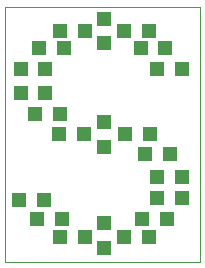
<source format=gtp>
G75*
%MOIN*%
%OFA0B0*%
%FSLAX24Y24*%
%IPPOS*%
%LPD*%
%AMOC8*
5,1,8,0,0,1.08239X$1,22.5*
%
%ADD10C,0.0000*%
%ADD11R,0.0472X0.0472*%
D10*
X002392Y002517D02*
X002392Y011017D01*
X008892Y011017D01*
X008892Y002517D01*
X002392Y002517D01*
D11*
X003478Y003954D03*
X003680Y004579D03*
X004305Y003954D03*
X004228Y003329D03*
X005055Y003329D03*
X005704Y002978D03*
X006353Y003329D03*
X005704Y003805D03*
X006978Y003954D03*
X007180Y003329D03*
X007805Y003954D03*
X007478Y004642D03*
X007478Y005329D03*
X007067Y006090D03*
X007232Y006767D03*
X007893Y006090D03*
X008305Y005329D03*
X008305Y004642D03*
X006405Y006767D03*
X005704Y007180D03*
X005037Y006774D03*
X005704Y006353D03*
X004210Y006774D03*
X004232Y007428D03*
X003405Y007428D03*
X003743Y008142D03*
X003743Y008954D03*
X003541Y009642D03*
X004228Y010204D03*
X004368Y009642D03*
X005055Y010204D03*
X005704Y009791D03*
X006353Y010204D03*
X006916Y009642D03*
X007180Y010204D03*
X007743Y009642D03*
X007478Y008954D03*
X008305Y008954D03*
X005704Y010618D03*
X002916Y008954D03*
X002916Y008142D03*
X002853Y004579D03*
M02*

</source>
